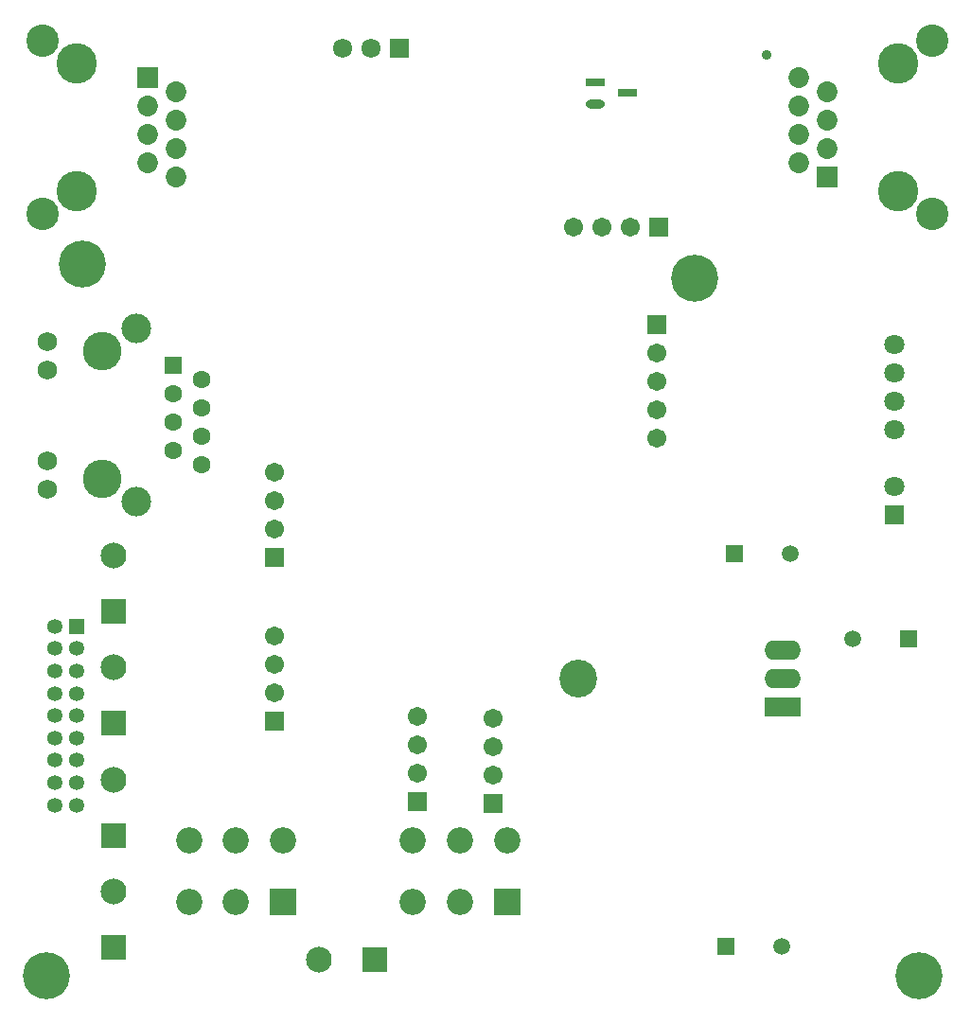
<source format=gbs>
G04*
G04 #@! TF.GenerationSoftware,Altium Limited,Altium Designer,20.0.13 (296)*
G04*
G04 Layer_Color=16711935*
%FSLAX44Y44*%
%MOMM*%
G71*
G01*
G75*
%ADD73R,1.7032X1.7032*%
%ADD78C,4.2032*%
%ADD79C,2.9032*%
%ADD80C,1.8532*%
%ADD81R,1.8532X1.8532*%
%ADD82C,3.6032*%
%ADD83C,3.4532*%
%ADD84C,2.6482*%
%ADD85C,1.7332*%
%ADD86C,1.6012*%
%ADD87R,1.6012X1.6012*%
%ADD88R,3.2512X1.7272*%
%ADD89O,3.2512X1.7272*%
%ADD90C,3.3782*%
%ADD91C,1.7032*%
%ADD92C,1.5200*%
%ADD93R,1.5200X1.5200*%
%ADD94C,2.3032*%
%ADD95R,2.3032X2.3032*%
%ADD96C,2.3532*%
%ADD97R,2.3532X2.3532*%
%ADD98R,2.3032X2.3032*%
%ADD99R,1.8032X1.8032*%
%ADD100C,1.8032*%
%ADD101C,1.3532*%
%ADD102R,1.3532X1.3532*%
%ADD103C,1.7200*%
%ADD104R,1.7200X1.7200*%
%ADD105R,1.7032X1.7032*%
%ADD106C,0.9032*%
%ADD141O,1.7032X0.8032*%
%ADD142R,1.7032X0.8032*%
D73*
X424500Y183950D02*
D03*
X357000Y185100D02*
D03*
X229250Y403950D02*
D03*
Y257300D02*
D03*
X571000Y611900D02*
D03*
D78*
X57750Y666500D02*
D03*
X605000Y654000D02*
D03*
X805500Y29250D02*
D03*
X25500D02*
D03*
D79*
X22000Y711000D02*
D03*
Y866000D02*
D03*
X817500D02*
D03*
Y711000D02*
D03*
D80*
X141400Y744050D02*
D03*
X116000Y756750D02*
D03*
X141400Y769450D02*
D03*
X116000Y782150D02*
D03*
X141400Y794850D02*
D03*
X116000Y807550D02*
D03*
X141400Y820250D02*
D03*
X698100Y832950D02*
D03*
X723500Y820250D02*
D03*
X698100Y807550D02*
D03*
X723500Y794850D02*
D03*
X698100Y782150D02*
D03*
X723500Y769450D02*
D03*
X698100Y756750D02*
D03*
D81*
X116000Y832950D02*
D03*
X723500Y744050D02*
D03*
D82*
X52500Y731350D02*
D03*
Y845650D02*
D03*
X787000D02*
D03*
Y731350D02*
D03*
D83*
X75000Y588150D02*
D03*
Y473850D02*
D03*
D84*
X105500Y453550D02*
D03*
Y608450D02*
D03*
D85*
X26000Y490150D02*
D03*
Y464750D02*
D03*
Y571850D02*
D03*
Y597250D02*
D03*
D86*
X163900Y486600D02*
D03*
X138500Y499300D02*
D03*
X163900Y512000D02*
D03*
X138500Y524700D02*
D03*
X163900Y537400D02*
D03*
X138500Y550100D02*
D03*
X163900Y562800D02*
D03*
D87*
X138500Y575500D02*
D03*
D88*
X683750Y269750D02*
D03*
D89*
Y295150D02*
D03*
Y320550D02*
D03*
D90*
X501250Y295150D02*
D03*
D91*
X424500Y209350D02*
D03*
Y234750D02*
D03*
Y260150D02*
D03*
X357000Y210500D02*
D03*
Y235900D02*
D03*
Y261300D02*
D03*
X229250Y480150D02*
D03*
Y454750D02*
D03*
Y429350D02*
D03*
Y333500D02*
D03*
Y308100D02*
D03*
Y282700D02*
D03*
X571000Y586500D02*
D03*
Y561100D02*
D03*
Y535700D02*
D03*
Y510300D02*
D03*
X496600Y699250D02*
D03*
X522000D02*
D03*
X547400D02*
D03*
D92*
X746500Y331000D02*
D03*
X691000Y407250D02*
D03*
X683250Y56000D02*
D03*
D93*
X796500Y331000D02*
D03*
X641000Y407250D02*
D03*
X633250Y56000D02*
D03*
D94*
X269000Y43750D02*
D03*
X85250Y405250D02*
D03*
Y305250D02*
D03*
Y205250D02*
D03*
Y105250D02*
D03*
D95*
X319000Y43750D02*
D03*
D96*
X152750Y150750D02*
D03*
Y95750D02*
D03*
X194750Y150750D02*
D03*
Y95750D02*
D03*
X236750Y150750D02*
D03*
X353250Y150750D02*
D03*
Y95750D02*
D03*
X395250Y150750D02*
D03*
Y95750D02*
D03*
X437250Y150750D02*
D03*
D97*
X236750Y95750D02*
D03*
X437250Y95750D02*
D03*
D98*
X85250Y355250D02*
D03*
Y255250D02*
D03*
Y155250D02*
D03*
Y55250D02*
D03*
D99*
X784000Y441550D02*
D03*
D100*
Y466950D02*
D03*
Y517750D02*
D03*
Y543150D02*
D03*
Y568550D02*
D03*
Y593950D02*
D03*
D101*
X32500Y342250D02*
D03*
Y322250D02*
D03*
X52500D02*
D03*
X32500Y302250D02*
D03*
X52500D02*
D03*
X32500Y282250D02*
D03*
X52500D02*
D03*
X32500Y262250D02*
D03*
X52500D02*
D03*
X32500Y242250D02*
D03*
X52500D02*
D03*
X32500Y222250D02*
D03*
X52500D02*
D03*
X32500Y202250D02*
D03*
X52500D02*
D03*
X32500Y182250D02*
D03*
X52500D02*
D03*
D102*
Y342250D02*
D03*
D103*
X290600Y859750D02*
D03*
X316000D02*
D03*
D104*
X341400D02*
D03*
D105*
X572800Y699250D02*
D03*
D106*
X669750Y853000D02*
D03*
D141*
X516000Y809750D02*
D03*
D142*
Y828750D02*
D03*
X545500Y819250D02*
D03*
M02*

</source>
